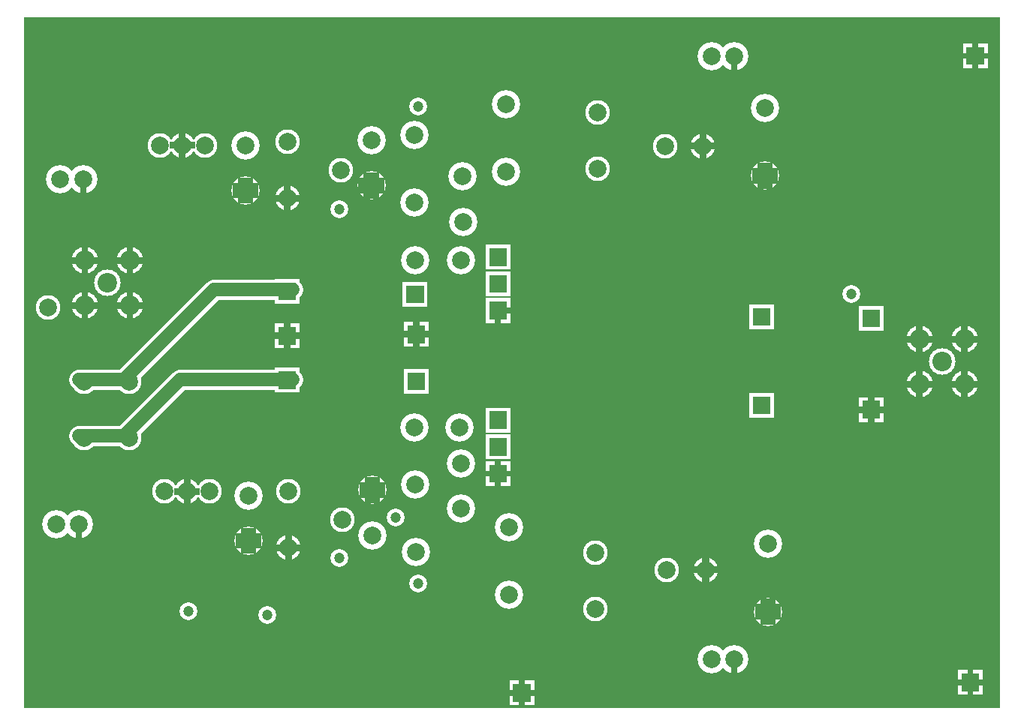
<source format=gbr>
%FSLAX34Y34*%
%MOMM*%
%LNCOPPER_TOP*%
G71*
G01*
%ADD10C,3.000*%
%ADD11C,2.800*%
%ADD12C,3.200*%
%ADD13C,2.800*%
%ADD14C,2.000*%
%ADD15C,2.300*%
%ADD16C,0.733*%
%ADD17C,0.667*%
%ADD18C,0.813*%
%ADD19C,0.767*%
%ADD20C,1.713*%
%ADD21C,2.200*%
%ADD22C,2.000*%
%ADD23C,2.000*%
%ADD24C,1.200*%
%ADD25C,1.500*%
%LPD*%
G36*
X-722844Y145181D02*
X377156Y145181D01*
X377156Y-634819D01*
X-722844Y-634819D01*
X-722844Y145181D01*
G37*
%LPC*%
X-654813Y-129388D02*
G54D10*
D03*
X-604013Y-129388D02*
G54D10*
D03*
X-629413Y-154788D02*
G54D10*
D03*
X-604013Y-180188D02*
G54D10*
D03*
X-654813Y-180188D02*
G54D10*
D03*
X-564715Y-389880D02*
G54D11*
D03*
X-539315Y-389880D02*
G54D11*
D03*
X-513915Y-389880D02*
G54D11*
D03*
X-469966Y-394674D02*
G54D12*
D03*
X-470078Y-445655D02*
G54D12*
D03*
X-281748Y-382183D02*
G54D12*
D03*
X-281698Y-458433D02*
G54D12*
D03*
X-425015Y-389880D02*
G54D11*
D03*
X-425015Y-453380D02*
G54D11*
D03*
X-364690Y-421630D02*
G54D11*
D03*
X-330532Y-439494D02*
G54D12*
D03*
X-330419Y-388514D02*
G54D12*
D03*
X-282983Y12379D02*
G54D12*
D03*
X-282933Y-63871D02*
G54D12*
D03*
X-426250Y4682D02*
G54D11*
D03*
X-426250Y-58818D02*
G54D11*
D03*
X-365925Y-27068D02*
G54D11*
D03*
X-331500Y6238D02*
G54D12*
D03*
X-331613Y-44743D02*
G54D12*
D03*
G36*
X-202650Y-141650D02*
X-174650Y-141650D01*
X-174650Y-169650D01*
X-202650Y-169650D01*
X-202650Y-141650D01*
G37*
G36*
X-202650Y-171813D02*
X-174650Y-171813D01*
X-174650Y-199813D01*
X-202650Y-199813D01*
X-202650Y-171813D01*
G37*
G36*
X-202650Y-111488D02*
X-174650Y-111488D01*
X-174650Y-139488D01*
X-202650Y-139488D01*
X-202650Y-111488D01*
G37*
G36*
X-202650Y-325800D02*
X-174650Y-325800D01*
X-174650Y-353800D01*
X-202650Y-353800D01*
X-202650Y-325800D01*
G37*
G36*
X-202650Y-355963D02*
X-174650Y-355963D01*
X-174650Y-383963D01*
X-202650Y-383963D01*
X-202650Y-355963D01*
G37*
G36*
X-202650Y-295638D02*
X-174650Y-295638D01*
X-174650Y-323638D01*
X-202650Y-323638D01*
X-202650Y-295638D01*
G37*
X-230867Y-129292D02*
G54D12*
D03*
X-281848Y-129405D02*
G54D12*
D03*
X-231867Y-317668D02*
G54D12*
D03*
X-282848Y-317780D02*
G54D12*
D03*
X-228328Y-85560D02*
G54D12*
D03*
X-228441Y-34580D02*
G54D12*
D03*
X-230507Y-409092D02*
G54D12*
D03*
X-230619Y-358112D02*
G54D12*
D03*
X-180007Y-29495D02*
G54D12*
D03*
X-179957Y46755D02*
G54D12*
D03*
X-176307Y-506995D02*
G54D12*
D03*
X-176257Y-430745D02*
G54D12*
D03*
X-76200Y38100D02*
G54D11*
D03*
X-76200Y-25400D02*
G54D11*
D03*
X-79200Y-459450D02*
G54D11*
D03*
X-79200Y-522950D02*
G54D11*
D03*
X42243Y0D02*
G54D11*
D03*
X0Y0D02*
G54D11*
D03*
X45531Y-478500D02*
G54D11*
D03*
X1700Y-478500D02*
G54D11*
D03*
X77644Y101294D02*
G54D12*
D03*
X52144Y101294D02*
G54D12*
D03*
X112193Y-33795D02*
G54D12*
D03*
X112243Y42455D02*
G54D12*
D03*
G36*
X-440506Y-150356D02*
X-412506Y-150356D01*
X-412506Y-178356D01*
X-440506Y-178356D01*
X-440506Y-150356D01*
G37*
G36*
X-296313Y-153432D02*
X-268313Y-153432D01*
X-268313Y-181432D01*
X-296313Y-181432D01*
X-296313Y-153432D01*
G37*
G36*
X-294725Y-251856D02*
X-266725Y-251856D01*
X-266725Y-279856D01*
X-294725Y-279856D01*
X-294725Y-251856D01*
G37*
X-280725Y-212675D02*
G54D11*
D03*
X-539315Y-389880D02*
G54D11*
D03*
X-470078Y-445655D02*
G54D11*
D03*
X-425015Y-453380D02*
G54D11*
D03*
X-426250Y-58818D02*
G54D11*
D03*
X-330419Y-388514D02*
G54D11*
D03*
X-331613Y-44743D02*
G54D11*
D03*
X42243Y0D02*
G54D11*
D03*
X112193Y-33795D02*
G54D11*
D03*
X45531Y-478500D02*
G54D11*
D03*
G36*
X-440506Y-250369D02*
X-412506Y-250369D01*
X-412506Y-278369D01*
X-440506Y-278369D01*
X-440506Y-250369D01*
G37*
G36*
X-440506Y-200363D02*
X-412506Y-200363D01*
X-412506Y-228363D01*
X-440506Y-228363D01*
X-440506Y-200363D01*
G37*
X-470078Y-445655D02*
G54D11*
D03*
X-330419Y-388514D02*
G54D11*
D03*
X-331613Y-44743D02*
G54D11*
D03*
X112193Y-33795D02*
G54D11*
D03*
X115750Y-525750D02*
G54D12*
D03*
X115800Y-449500D02*
G54D12*
D03*
X-655780Y-266383D02*
G54D13*
D03*
X-604980Y-266383D02*
G54D11*
D03*
X-604980Y-329883D02*
G54D11*
D03*
X-655780Y-329883D02*
G54D11*
D03*
X-604980Y-266383D02*
G54D13*
D03*
X-655780Y-329883D02*
G54D13*
D03*
X-604980Y-329883D02*
G54D13*
D03*
X-695838Y-182125D02*
G54D11*
D03*
X-448746Y-529370D02*
G54D14*
D03*
X-538233Y-525470D02*
G54D14*
D03*
X-367804Y-71725D02*
G54D14*
D03*
X-304507Y-419075D02*
G54D14*
D03*
X-570100Y682D02*
G54D11*
D03*
X-544700Y682D02*
G54D11*
D03*
X-519300Y682D02*
G54D11*
D03*
X-473350Y888D02*
G54D12*
D03*
X-473463Y-50093D02*
G54D12*
D03*
X-544700Y682D02*
G54D11*
D03*
X-473463Y-50093D02*
G54D11*
D03*
X-473463Y-50093D02*
G54D11*
D03*
X-661504Y-426666D02*
G54D12*
D03*
X-687004Y-426666D02*
G54D12*
D03*
X77796Y-579826D02*
G54D12*
D03*
X52296Y-579826D02*
G54D12*
D03*
X112243Y42455D02*
G54D11*
D03*
X-656741Y-37728D02*
G54D12*
D03*
X-682241Y-37728D02*
G54D12*
D03*
X115750Y-525750D02*
G54D11*
D03*
G36*
X-294725Y-198675D02*
X-266725Y-198675D01*
X-266725Y-226675D01*
X-294725Y-226675D01*
X-294725Y-198675D01*
G37*
G36*
X94481Y-178932D02*
X122481Y-178932D01*
X122481Y-206932D01*
X94481Y-206932D01*
X94481Y-178932D01*
G37*
G36*
X94481Y-278944D02*
X122481Y-278944D01*
X122481Y-306944D01*
X94481Y-306944D01*
X94481Y-278944D01*
G37*
G36*
X218306Y-180519D02*
X246306Y-180519D01*
X246306Y-208519D01*
X218306Y-208519D01*
X218306Y-180519D01*
G37*
X232306Y-297706D02*
G54D11*
D03*
G54D15*
X-604980Y-266383D02*
X-610924Y-263476D01*
X-661724Y-263476D01*
X-655780Y-266383D01*
G54D15*
X-604980Y-266383D02*
X-610924Y-263476D01*
X-509324Y-161876D01*
X-420424Y-161876D01*
X-426506Y-164357D01*
G54D15*
X-604980Y-329883D02*
X-610924Y-326976D01*
X-547424Y-263476D01*
X-420424Y-263476D01*
X-426506Y-264369D01*
G54D15*
X-604980Y-329883D02*
X-610924Y-326976D01*
X-661724Y-326976D01*
X-655780Y-329883D01*
X-278904Y44162D02*
G54D14*
D03*
X-278904Y-494000D02*
G54D14*
D03*
X-367804Y-465425D02*
G54D14*
D03*
X210046Y-166975D02*
G54D14*
D03*
G36*
X335514Y115649D02*
X363514Y115649D01*
X363514Y87649D01*
X335514Y87649D01*
X335514Y115649D01*
G37*
G36*
X-175661Y-603488D02*
X-147661Y-603488D01*
X-147661Y-631488D01*
X-175661Y-631488D01*
X-175661Y-603488D01*
G37*
G36*
X329958Y-591582D02*
X357958Y-591582D01*
X357958Y-619582D01*
X329958Y-619582D01*
X329958Y-591582D01*
G37*
X286575Y-218288D02*
G54D10*
D03*
X337375Y-218288D02*
G54D10*
D03*
X311975Y-243688D02*
G54D10*
D03*
X337375Y-269088D02*
G54D10*
D03*
X286575Y-269088D02*
G54D10*
D03*
G36*
X218306Y-283706D02*
X246306Y-283706D01*
X246306Y-311706D01*
X218306Y-311706D01*
X218306Y-283706D01*
G37*
%LPD*%
G54D16*
G36*
X-658479Y-129388D02*
X-658479Y-113888D01*
X-651146Y-113888D01*
X-651146Y-129388D01*
X-658479Y-129388D01*
G37*
G36*
X-654813Y-125721D02*
X-639313Y-125721D01*
X-639313Y-133054D01*
X-654813Y-133054D01*
X-654813Y-125721D01*
G37*
G36*
X-651146Y-129388D02*
X-651146Y-144888D01*
X-658479Y-144888D01*
X-658479Y-129388D01*
X-651146Y-129388D01*
G37*
G36*
X-654813Y-133054D02*
X-670313Y-133054D01*
X-670313Y-125721D01*
X-654813Y-125721D01*
X-654813Y-133054D01*
G37*
G54D16*
G36*
X-607679Y-129388D02*
X-607679Y-113888D01*
X-600346Y-113888D01*
X-600346Y-129388D01*
X-607679Y-129388D01*
G37*
G36*
X-604013Y-125721D02*
X-588513Y-125721D01*
X-588513Y-133054D01*
X-604013Y-133054D01*
X-604013Y-125721D01*
G37*
G36*
X-600346Y-129388D02*
X-600346Y-144888D01*
X-607679Y-144888D01*
X-607679Y-129388D01*
X-600346Y-129388D01*
G37*
G36*
X-604013Y-133054D02*
X-619513Y-133054D01*
X-619513Y-125721D01*
X-604013Y-125721D01*
X-604013Y-133054D01*
G37*
G54D16*
G36*
X-607679Y-180188D02*
X-607679Y-164688D01*
X-600346Y-164688D01*
X-600346Y-180188D01*
X-607679Y-180188D01*
G37*
G36*
X-604013Y-176521D02*
X-588513Y-176521D01*
X-588513Y-183854D01*
X-604013Y-183854D01*
X-604013Y-176521D01*
G37*
G36*
X-600346Y-180188D02*
X-600346Y-195688D01*
X-607679Y-195688D01*
X-607679Y-180188D01*
X-600346Y-180188D01*
G37*
G36*
X-604013Y-183854D02*
X-619513Y-183854D01*
X-619513Y-176521D01*
X-604013Y-176521D01*
X-604013Y-183854D01*
G37*
G54D16*
G36*
X-658479Y-180188D02*
X-658479Y-164688D01*
X-651146Y-164688D01*
X-651146Y-180188D01*
X-658479Y-180188D01*
G37*
G36*
X-654813Y-176521D02*
X-639313Y-176521D01*
X-639313Y-183854D01*
X-654813Y-183854D01*
X-654813Y-176521D01*
G37*
G36*
X-651146Y-180188D02*
X-651146Y-195688D01*
X-658479Y-195688D01*
X-658479Y-180188D01*
X-651146Y-180188D01*
G37*
G36*
X-654813Y-183854D02*
X-670313Y-183854D01*
X-670313Y-176521D01*
X-654813Y-176521D01*
X-654813Y-183854D01*
G37*
G54D17*
G36*
X-188650Y-182479D02*
X-174150Y-182479D01*
X-174150Y-189146D01*
X-188650Y-189146D01*
X-188650Y-182479D01*
G37*
G36*
X-185317Y-185813D02*
X-185317Y-200313D01*
X-191984Y-200313D01*
X-191984Y-185813D01*
X-185317Y-185813D01*
G37*
G54D17*
G36*
X-191984Y-369963D02*
X-191984Y-355463D01*
X-185317Y-355463D01*
X-185317Y-369963D01*
X-191984Y-369963D01*
G37*
G36*
X-188650Y-366629D02*
X-174150Y-366629D01*
X-174150Y-373296D01*
X-188650Y-373296D01*
X-188650Y-366629D01*
G37*
G36*
X-185317Y-369963D02*
X-185317Y-384463D01*
X-191984Y-384463D01*
X-191984Y-369963D01*
X-185317Y-369963D01*
G37*
G36*
X-188650Y-373296D02*
X-203150Y-373296D01*
X-203150Y-366629D01*
X-188650Y-366629D01*
X-188650Y-373296D01*
G37*
G54D17*
G36*
X80977Y101294D02*
X80977Y84794D01*
X74310Y84794D01*
X74310Y101294D01*
X80977Y101294D01*
G37*
G54D18*
G54D19*
G36*
X-535482Y-389880D02*
X-535482Y-404380D01*
X-543148Y-404380D01*
X-543148Y-389880D01*
X-535482Y-389880D01*
G37*
G36*
X-539315Y-393714D02*
X-553815Y-393714D01*
X-553815Y-386047D01*
X-539315Y-386047D01*
X-539315Y-393714D01*
G37*
G36*
X-543148Y-389880D02*
X-543148Y-375380D01*
X-535482Y-375380D01*
X-535482Y-389880D01*
X-543148Y-389880D01*
G37*
G36*
X-539315Y-386047D02*
X-524815Y-386047D01*
X-524815Y-393714D01*
X-539315Y-393714D01*
X-539315Y-386047D01*
G37*
G54D19*
G36*
X-466245Y-445655D02*
X-466245Y-460155D01*
X-473911Y-460155D01*
X-473911Y-445655D01*
X-466245Y-445655D01*
G37*
G36*
X-470078Y-449488D02*
X-484578Y-449488D01*
X-484578Y-441822D01*
X-470078Y-441822D01*
X-470078Y-449488D01*
G37*
G36*
X-473911Y-445655D02*
X-473911Y-431155D01*
X-466245Y-431155D01*
X-466245Y-445655D01*
X-473911Y-445655D01*
G37*
G36*
X-470078Y-441822D02*
X-455578Y-441822D01*
X-455578Y-449488D01*
X-470078Y-449488D01*
X-470078Y-441822D01*
G37*
G54D19*
G36*
X-421182Y-453380D02*
X-421182Y-467880D01*
X-428848Y-467880D01*
X-428848Y-453380D01*
X-421182Y-453380D01*
G37*
G36*
X-425015Y-457214D02*
X-439515Y-457214D01*
X-439515Y-449547D01*
X-425015Y-449547D01*
X-425015Y-457214D01*
G37*
G36*
X-428848Y-453380D02*
X-428848Y-438880D01*
X-421182Y-438880D01*
X-421182Y-453380D01*
X-428848Y-453380D01*
G37*
G36*
X-425015Y-449547D02*
X-410515Y-449547D01*
X-410515Y-457214D01*
X-425015Y-457214D01*
X-425015Y-449547D01*
G37*
G54D19*
G36*
X-422416Y-58818D02*
X-422416Y-73318D01*
X-430083Y-73318D01*
X-430083Y-58818D01*
X-422416Y-58818D01*
G37*
G36*
X-426250Y-62651D02*
X-440750Y-62651D01*
X-440750Y-54984D01*
X-426250Y-54984D01*
X-426250Y-62651D01*
G37*
G36*
X-430083Y-58818D02*
X-430083Y-44318D01*
X-422416Y-44318D01*
X-422416Y-58818D01*
X-430083Y-58818D01*
G37*
G36*
X-426250Y-54984D02*
X-411750Y-54984D01*
X-411750Y-62651D01*
X-426250Y-62651D01*
X-426250Y-54984D01*
G37*
G54D19*
G36*
X-334252Y-388514D02*
X-334252Y-374014D01*
X-326586Y-374014D01*
X-326586Y-388514D01*
X-334252Y-388514D01*
G37*
G36*
X-330419Y-384681D02*
X-315919Y-384681D01*
X-315919Y-392347D01*
X-330419Y-392347D01*
X-330419Y-384681D01*
G37*
G36*
X-326586Y-388514D02*
X-326586Y-403014D01*
X-334252Y-403014D01*
X-334252Y-388514D01*
X-326586Y-388514D01*
G37*
G36*
X-330419Y-392347D02*
X-344919Y-392347D01*
X-344919Y-384681D01*
X-330419Y-384681D01*
X-330419Y-392347D01*
G37*
G54D19*
G36*
X-327779Y-44743D02*
X-327779Y-59243D01*
X-335446Y-59243D01*
X-335446Y-44743D01*
X-327779Y-44743D01*
G37*
G36*
X-331613Y-48576D02*
X-346113Y-48576D01*
X-346113Y-40909D01*
X-331613Y-40909D01*
X-331613Y-48576D01*
G37*
G36*
X-335446Y-44743D02*
X-335446Y-30243D01*
X-327779Y-30243D01*
X-327779Y-44743D01*
X-335446Y-44743D01*
G37*
G36*
X-331613Y-40909D02*
X-317113Y-40909D01*
X-317113Y-48576D01*
X-331613Y-48576D01*
X-331613Y-40909D01*
G37*
G54D19*
G36*
X38410Y0D02*
X38410Y14500D01*
X46077Y14500D01*
X46077Y0D01*
X38410Y0D01*
G37*
G36*
X42243Y3833D02*
X56743Y3833D01*
X56743Y-3834D01*
X42243Y-3834D01*
X42243Y3833D01*
G37*
G36*
X46077Y0D02*
X46077Y-14500D01*
X38410Y-14500D01*
X38410Y0D01*
X46077Y0D01*
G37*
G36*
X42243Y-3834D02*
X27743Y-3834D01*
X27743Y3833D01*
X42243Y3833D01*
X42243Y-3834D01*
G37*
G54D19*
G36*
X108360Y-33795D02*
X108360Y-19295D01*
X116026Y-19295D01*
X116026Y-33795D01*
X108360Y-33795D01*
G37*
G36*
X112193Y-29962D02*
X126693Y-29962D01*
X126693Y-37629D01*
X112193Y-37629D01*
X112193Y-29962D01*
G37*
G36*
X116026Y-33795D02*
X116026Y-48295D01*
X108360Y-48295D01*
X108360Y-33795D01*
X116026Y-33795D01*
G37*
G36*
X112193Y-37629D02*
X97693Y-37629D01*
X97693Y-29962D01*
X112193Y-29962D01*
X112193Y-37629D01*
G37*
G54D19*
G36*
X41698Y-478500D02*
X41698Y-464000D01*
X49364Y-464000D01*
X49364Y-478500D01*
X41698Y-478500D01*
G37*
G36*
X45531Y-474667D02*
X60031Y-474667D01*
X60031Y-482334D01*
X45531Y-482334D01*
X45531Y-474667D01*
G37*
G36*
X49364Y-478500D02*
X49364Y-493000D01*
X41698Y-493000D01*
X41698Y-478500D01*
X49364Y-478500D01*
G37*
G36*
X45531Y-482334D02*
X31031Y-482334D01*
X31031Y-474667D01*
X45531Y-474667D01*
X45531Y-482334D01*
G37*
G54D19*
G36*
X-430340Y-214363D02*
X-430340Y-199863D01*
X-422673Y-199863D01*
X-422673Y-214363D01*
X-430340Y-214363D01*
G37*
G36*
X-426506Y-210529D02*
X-412006Y-210529D01*
X-412006Y-218196D01*
X-426506Y-218196D01*
X-426506Y-210529D01*
G37*
G36*
X-422673Y-214363D02*
X-422673Y-228863D01*
X-430340Y-228863D01*
X-430340Y-214363D01*
X-422673Y-214363D01*
G37*
G36*
X-426506Y-218196D02*
X-441006Y-218196D01*
X-441006Y-210529D01*
X-426506Y-210529D01*
X-426506Y-218196D01*
G37*
G54D20*
G36*
X-461511Y-445655D02*
X-461511Y-460155D01*
X-478645Y-460155D01*
X-478645Y-445655D01*
X-461511Y-445655D01*
G37*
G36*
X-470078Y-454222D02*
X-484578Y-454222D01*
X-484578Y-437089D01*
X-470078Y-437089D01*
X-470078Y-454222D01*
G37*
G36*
X-478645Y-445655D02*
X-478645Y-431155D01*
X-461511Y-431155D01*
X-461511Y-445655D01*
X-478645Y-445655D01*
G37*
G36*
X-470078Y-437089D02*
X-455578Y-437089D01*
X-455578Y-454222D01*
X-470078Y-454222D01*
X-470078Y-437089D01*
G37*
G54D20*
G36*
X-338986Y-388514D02*
X-338986Y-374014D01*
X-321852Y-374014D01*
X-321852Y-388514D01*
X-338986Y-388514D01*
G37*
G36*
X-330419Y-379947D02*
X-315919Y-379947D01*
X-315919Y-397081D01*
X-330419Y-397081D01*
X-330419Y-379947D01*
G37*
G36*
X-321852Y-388514D02*
X-321852Y-403014D01*
X-338986Y-403014D01*
X-338986Y-388514D01*
X-321852Y-388514D01*
G37*
G36*
X-330419Y-397081D02*
X-344919Y-397081D01*
X-344919Y-379947D01*
X-330419Y-379947D01*
X-330419Y-397081D01*
G37*
G54D20*
G36*
X-323046Y-44743D02*
X-323046Y-59243D01*
X-340179Y-59243D01*
X-340179Y-44743D01*
X-323046Y-44743D01*
G37*
G36*
X-331613Y-53309D02*
X-346113Y-53309D01*
X-346113Y-36176D01*
X-331613Y-36176D01*
X-331613Y-53309D01*
G37*
G36*
X-340179Y-44743D02*
X-340179Y-30243D01*
X-323046Y-30243D01*
X-323046Y-44743D01*
X-340179Y-44743D01*
G37*
G36*
X-331613Y-36176D02*
X-317113Y-36176D01*
X-317113Y-53309D01*
X-331613Y-53309D01*
X-331613Y-36176D01*
G37*
G54D20*
G36*
X103626Y-33795D02*
X103626Y-19295D01*
X120760Y-19295D01*
X120760Y-33795D01*
X103626Y-33795D01*
G37*
G36*
X112193Y-25229D02*
X126693Y-25229D01*
X126693Y-42362D01*
X112193Y-42362D01*
X112193Y-25229D01*
G37*
G36*
X120760Y-33795D02*
X120760Y-48295D01*
X103626Y-48295D01*
X103626Y-33795D01*
X120760Y-33795D01*
G37*
G36*
X112193Y-42362D02*
X97693Y-42362D01*
X97693Y-25229D01*
X112193Y-25229D01*
X112193Y-42362D01*
G37*
G54D19*
G36*
X-540866Y682D02*
X-540866Y-13818D01*
X-548533Y-13818D01*
X-548533Y682D01*
X-540866Y682D01*
G37*
G36*
X-544700Y-3151D02*
X-559200Y-3151D01*
X-559200Y4516D01*
X-544700Y4516D01*
X-544700Y-3151D01*
G37*
G36*
X-548533Y682D02*
X-548533Y15182D01*
X-540866Y15182D01*
X-540866Y682D01*
X-548533Y682D01*
G37*
G36*
X-544700Y4516D02*
X-530200Y4516D01*
X-530200Y-3151D01*
X-544700Y-3151D01*
X-544700Y4516D01*
G37*
G54D19*
G36*
X-469629Y-50093D02*
X-469629Y-64593D01*
X-477296Y-64593D01*
X-477296Y-50093D01*
X-469629Y-50093D01*
G37*
G36*
X-473463Y-53926D02*
X-487963Y-53926D01*
X-487963Y-46259D01*
X-473463Y-46259D01*
X-473463Y-53926D01*
G37*
G36*
X-477296Y-50093D02*
X-477296Y-35593D01*
X-469629Y-35593D01*
X-469629Y-50093D01*
X-477296Y-50093D01*
G37*
G36*
X-473463Y-46259D02*
X-458963Y-46259D01*
X-458963Y-53926D01*
X-473463Y-53926D01*
X-473463Y-46259D01*
G37*
G54D20*
G36*
X-464896Y-50093D02*
X-464896Y-64593D01*
X-482029Y-64593D01*
X-482029Y-50093D01*
X-464896Y-50093D01*
G37*
G36*
X-473463Y-58659D02*
X-487963Y-58659D01*
X-487963Y-41526D01*
X-473463Y-41526D01*
X-473463Y-58659D01*
G37*
G36*
X-482029Y-50093D02*
X-482029Y-35593D01*
X-464896Y-35593D01*
X-464896Y-50093D01*
X-482029Y-50093D01*
G37*
G36*
X-473463Y-41526D02*
X-458963Y-41526D01*
X-458963Y-58659D01*
X-473463Y-58659D01*
X-473463Y-41526D01*
G37*
G54D17*
G36*
X-658170Y-426666D02*
X-658170Y-443166D01*
X-664837Y-443166D01*
X-664837Y-426666D01*
X-658170Y-426666D01*
G37*
G54D18*
G54D17*
G36*
X81129Y-579826D02*
X81129Y-596326D01*
X74462Y-596326D01*
X74462Y-579826D01*
X81129Y-579826D01*
G37*
G54D18*
G54D17*
G36*
X-653407Y-37728D02*
X-653407Y-54228D01*
X-660074Y-54228D01*
X-660074Y-37728D01*
X-653407Y-37728D01*
G37*
G54D18*
G54D20*
G36*
X107183Y-525750D02*
X107183Y-511250D01*
X124316Y-511250D01*
X124316Y-525750D01*
X107183Y-525750D01*
G37*
G36*
X115750Y-517184D02*
X130250Y-517184D01*
X130250Y-534317D01*
X115750Y-534317D01*
X115750Y-517184D01*
G37*
G36*
X124316Y-525750D02*
X124316Y-540250D01*
X107183Y-540250D01*
X107183Y-525750D01*
X124316Y-525750D01*
G37*
G36*
X115750Y-534317D02*
X101250Y-534317D01*
X101250Y-517184D01*
X115750Y-517184D01*
X115750Y-534317D01*
G37*
G54D19*
G36*
X-284559Y-212675D02*
X-284559Y-198175D01*
X-276892Y-198175D01*
X-276892Y-212675D01*
X-284559Y-212675D01*
G37*
G36*
X-280725Y-208842D02*
X-266225Y-208842D01*
X-266225Y-216509D01*
X-280725Y-216509D01*
X-280725Y-208842D01*
G37*
G36*
X-276892Y-212675D02*
X-276892Y-227175D01*
X-284559Y-227175D01*
X-284559Y-212675D01*
X-276892Y-212675D01*
G37*
G36*
X-280725Y-216509D02*
X-295225Y-216509D01*
X-295225Y-208842D01*
X-280725Y-208842D01*
X-280725Y-216509D01*
G37*
G54D17*
G36*
X346180Y101649D02*
X346180Y116149D01*
X352847Y116149D01*
X352847Y101649D01*
X346180Y101649D01*
G37*
G36*
X349514Y104983D02*
X364014Y104983D01*
X364014Y98316D01*
X349514Y98316D01*
X349514Y104983D01*
G37*
G36*
X352847Y101649D02*
X352847Y87149D01*
X346180Y87149D01*
X346180Y101649D01*
X352847Y101649D01*
G37*
G36*
X349514Y98316D02*
X335014Y98316D01*
X335014Y104983D01*
X349514Y104983D01*
X349514Y98316D01*
G37*
G54D17*
G36*
X-164995Y-617488D02*
X-164995Y-602988D01*
X-158328Y-602988D01*
X-158328Y-617488D01*
X-164995Y-617488D01*
G37*
G36*
X-161661Y-614155D02*
X-147161Y-614155D01*
X-147161Y-620822D01*
X-161661Y-620822D01*
X-161661Y-614155D01*
G37*
G36*
X-158328Y-617488D02*
X-158328Y-631988D01*
X-164995Y-631988D01*
X-164995Y-617488D01*
X-158328Y-617488D01*
G37*
G36*
X-161661Y-620822D02*
X-176161Y-620822D01*
X-176161Y-614155D01*
X-161661Y-614155D01*
X-161661Y-620822D01*
G37*
G54D17*
G36*
X340624Y-605582D02*
X340624Y-591082D01*
X347291Y-591082D01*
X347291Y-605582D01*
X340624Y-605582D01*
G37*
G36*
X343958Y-602249D02*
X358458Y-602249D01*
X358458Y-608915D01*
X343958Y-608915D01*
X343958Y-602249D01*
G37*
G36*
X347291Y-605582D02*
X347291Y-620082D01*
X340624Y-620082D01*
X340624Y-605582D01*
X347291Y-605582D01*
G37*
G36*
X343958Y-608915D02*
X329458Y-608915D01*
X329458Y-602249D01*
X343958Y-602249D01*
X343958Y-608915D01*
G37*
G54D16*
G36*
X282908Y-218288D02*
X282908Y-202788D01*
X290241Y-202788D01*
X290241Y-218288D01*
X282908Y-218288D01*
G37*
G36*
X286575Y-214621D02*
X302075Y-214621D01*
X302075Y-221954D01*
X286575Y-221954D01*
X286575Y-214621D01*
G37*
G36*
X290241Y-218288D02*
X290241Y-233788D01*
X282908Y-233788D01*
X282908Y-218288D01*
X290241Y-218288D01*
G37*
G36*
X286575Y-221954D02*
X271075Y-221954D01*
X271075Y-214621D01*
X286575Y-214621D01*
X286575Y-221954D01*
G37*
G54D16*
G36*
X333708Y-218288D02*
X333708Y-202788D01*
X341041Y-202788D01*
X341041Y-218288D01*
X333708Y-218288D01*
G37*
G36*
X337375Y-214621D02*
X352875Y-214621D01*
X352875Y-221954D01*
X337375Y-221954D01*
X337375Y-214621D01*
G37*
G36*
X341041Y-218288D02*
X341041Y-233788D01*
X333708Y-233788D01*
X333708Y-218288D01*
X341041Y-218288D01*
G37*
G36*
X337375Y-221954D02*
X321875Y-221954D01*
X321875Y-214621D01*
X337375Y-214621D01*
X337375Y-221954D01*
G37*
G54D16*
G36*
X333708Y-269088D02*
X333708Y-253588D01*
X341041Y-253588D01*
X341041Y-269088D01*
X333708Y-269088D01*
G37*
G36*
X337375Y-265421D02*
X352875Y-265421D01*
X352875Y-272754D01*
X337375Y-272754D01*
X337375Y-265421D01*
G37*
G36*
X341041Y-269088D02*
X341041Y-284588D01*
X333708Y-284588D01*
X333708Y-269088D01*
X341041Y-269088D01*
G37*
G36*
X337375Y-272754D02*
X321875Y-272754D01*
X321875Y-265421D01*
X337375Y-265421D01*
X337375Y-272754D01*
G37*
G54D16*
G36*
X282908Y-269088D02*
X282908Y-253588D01*
X290241Y-253588D01*
X290241Y-269088D01*
X282908Y-269088D01*
G37*
G36*
X286575Y-265421D02*
X302075Y-265421D01*
X302075Y-272754D01*
X286575Y-272754D01*
X286575Y-265421D01*
G37*
G36*
X290241Y-269088D02*
X290241Y-284588D01*
X282908Y-284588D01*
X282908Y-269088D01*
X290241Y-269088D01*
G37*
G36*
X286575Y-272754D02*
X271075Y-272754D01*
X271075Y-265421D01*
X286575Y-265421D01*
X286575Y-272754D01*
G37*
G54D19*
G36*
X228473Y-297706D02*
X228473Y-283206D01*
X236139Y-283206D01*
X236139Y-297706D01*
X228473Y-297706D01*
G37*
G36*
X232306Y-293873D02*
X246806Y-293873D01*
X246806Y-301540D01*
X232306Y-301540D01*
X232306Y-293873D01*
G37*
G36*
X236139Y-297706D02*
X236139Y-312206D01*
X228473Y-312206D01*
X228473Y-297706D01*
X236139Y-297706D01*
G37*
G36*
X232306Y-301540D02*
X217806Y-301540D01*
X217806Y-293873D01*
X232306Y-293873D01*
X232306Y-301540D01*
G37*
X-654813Y-129388D02*
G54D21*
D03*
X-604013Y-129388D02*
G54D21*
D03*
X-629413Y-154788D02*
G54D21*
D03*
X-604013Y-180188D02*
G54D21*
D03*
X-654813Y-180188D02*
G54D21*
D03*
X-564715Y-389880D02*
G54D22*
D03*
X-539315Y-389880D02*
G54D22*
D03*
X-513915Y-389880D02*
G54D22*
D03*
X-469966Y-394674D02*
G54D22*
D03*
X-470078Y-445655D02*
G54D22*
D03*
X-281748Y-382183D02*
G54D22*
D03*
X-281698Y-458433D02*
G54D22*
D03*
X-425015Y-389880D02*
G54D22*
D03*
X-425015Y-453380D02*
G54D22*
D03*
X-364690Y-421630D02*
G54D22*
D03*
X-330532Y-439494D02*
G54D22*
D03*
X-330419Y-388514D02*
G54D22*
D03*
X-282983Y12379D02*
G54D22*
D03*
X-282933Y-63871D02*
G54D22*
D03*
X-426250Y4682D02*
G54D22*
D03*
X-426250Y-58818D02*
G54D22*
D03*
X-365925Y-27068D02*
G54D22*
D03*
X-331500Y6238D02*
G54D22*
D03*
X-331613Y-44743D02*
G54D22*
D03*
G36*
X-198650Y-145650D02*
X-178650Y-145650D01*
X-178650Y-165650D01*
X-198650Y-165650D01*
X-198650Y-145650D01*
G37*
G36*
X-198650Y-175813D02*
X-178650Y-175813D01*
X-178650Y-195813D01*
X-198650Y-195813D01*
X-198650Y-175813D01*
G37*
G36*
X-198650Y-115488D02*
X-178650Y-115488D01*
X-178650Y-135488D01*
X-198650Y-135488D01*
X-198650Y-115488D01*
G37*
G36*
X-198650Y-329800D02*
X-178650Y-329800D01*
X-178650Y-349800D01*
X-198650Y-349800D01*
X-198650Y-329800D01*
G37*
G36*
X-198650Y-359963D02*
X-178650Y-359963D01*
X-178650Y-379963D01*
X-198650Y-379963D01*
X-198650Y-359963D01*
G37*
G36*
X-198650Y-299638D02*
X-178650Y-299638D01*
X-178650Y-319638D01*
X-198650Y-319638D01*
X-198650Y-299638D01*
G37*
X-230867Y-129292D02*
G54D22*
D03*
X-281848Y-129405D02*
G54D22*
D03*
X-231867Y-317668D02*
G54D22*
D03*
X-282848Y-317780D02*
G54D22*
D03*
X-228328Y-85560D02*
G54D22*
D03*
X-228441Y-34580D02*
G54D22*
D03*
X-230507Y-409092D02*
G54D22*
D03*
X-230619Y-358112D02*
G54D22*
D03*
X-180007Y-29495D02*
G54D22*
D03*
X-179957Y46755D02*
G54D22*
D03*
X-176307Y-506995D02*
G54D22*
D03*
X-176257Y-430745D02*
G54D22*
D03*
X-76200Y38100D02*
G54D22*
D03*
X-76200Y-25400D02*
G54D22*
D03*
X-79200Y-459450D02*
G54D22*
D03*
X-79200Y-522950D02*
G54D22*
D03*
X42243Y0D02*
G54D22*
D03*
X0Y0D02*
G54D22*
D03*
X45531Y-478500D02*
G54D22*
D03*
X1700Y-478500D02*
G54D22*
D03*
X77644Y101294D02*
G54D22*
D03*
X52144Y101294D02*
G54D22*
D03*
X112193Y-33795D02*
G54D22*
D03*
X112243Y42455D02*
G54D22*
D03*
G36*
X-436506Y-154356D02*
X-416506Y-154356D01*
X-416506Y-174356D01*
X-436506Y-174356D01*
X-436506Y-154356D01*
G37*
G36*
X-292313Y-157432D02*
X-272313Y-157432D01*
X-272313Y-177432D01*
X-292313Y-177432D01*
X-292313Y-157432D01*
G37*
G36*
X-290725Y-255856D02*
X-270725Y-255856D01*
X-270725Y-275856D01*
X-290725Y-275856D01*
X-290725Y-255856D01*
G37*
X-280725Y-212675D02*
G54D22*
D03*
X-539315Y-389880D02*
G54D22*
D03*
X-470078Y-445655D02*
G54D22*
D03*
X-425015Y-453380D02*
G54D22*
D03*
X-426250Y-58818D02*
G54D22*
D03*
X-330419Y-388514D02*
G54D22*
D03*
X-331613Y-44743D02*
G54D22*
D03*
X42243Y0D02*
G54D22*
D03*
X112193Y-33795D02*
G54D22*
D03*
X45531Y-478500D02*
G54D22*
D03*
G36*
X-436506Y-254369D02*
X-416506Y-254369D01*
X-416506Y-274369D01*
X-436506Y-274369D01*
X-436506Y-254369D01*
G37*
G36*
X-436506Y-204363D02*
X-416506Y-204363D01*
X-416506Y-224363D01*
X-436506Y-224363D01*
X-436506Y-204363D01*
G37*
X-470078Y-445655D02*
G54D22*
D03*
X-330419Y-388514D02*
G54D22*
D03*
X-331613Y-44743D02*
G54D22*
D03*
X112193Y-33795D02*
G54D22*
D03*
X115750Y-525750D02*
G54D22*
D03*
X115800Y-449500D02*
G54D22*
D03*
X-655780Y-266383D02*
G54D23*
D03*
X-604980Y-266383D02*
G54D22*
D03*
X-604980Y-329883D02*
G54D22*
D03*
X-655780Y-329883D02*
G54D22*
D03*
X-604980Y-266383D02*
G54D23*
D03*
X-655780Y-329883D02*
G54D23*
D03*
X-604980Y-329883D02*
G54D23*
D03*
X-695838Y-182125D02*
G54D22*
D03*
X-448746Y-529370D02*
G54D24*
D03*
X-538233Y-525470D02*
G54D24*
D03*
X-367804Y-71725D02*
G54D24*
D03*
X-304507Y-419075D02*
G54D24*
D03*
X-570100Y682D02*
G54D22*
D03*
X-544700Y682D02*
G54D22*
D03*
X-519300Y682D02*
G54D22*
D03*
X-473350Y888D02*
G54D22*
D03*
X-473463Y-50093D02*
G54D22*
D03*
X-544700Y682D02*
G54D22*
D03*
X-473463Y-50093D02*
G54D22*
D03*
X-473463Y-50093D02*
G54D22*
D03*
X-661504Y-426666D02*
G54D22*
D03*
X-687004Y-426666D02*
G54D22*
D03*
X77796Y-579826D02*
G54D22*
D03*
X52296Y-579826D02*
G54D22*
D03*
X112243Y42455D02*
G54D22*
D03*
X-656741Y-37728D02*
G54D22*
D03*
X-682241Y-37728D02*
G54D22*
D03*
X115750Y-525750D02*
G54D22*
D03*
G36*
X-290725Y-202675D02*
X-270725Y-202675D01*
X-270725Y-222675D01*
X-290725Y-222675D01*
X-290725Y-202675D01*
G37*
G36*
X98481Y-182932D02*
X118481Y-182932D01*
X118481Y-202932D01*
X98481Y-202932D01*
X98481Y-182932D01*
G37*
G36*
X98481Y-282944D02*
X118481Y-282944D01*
X118481Y-302944D01*
X98481Y-302944D01*
X98481Y-282944D01*
G37*
G36*
X222306Y-184519D02*
X242306Y-184519D01*
X242306Y-204519D01*
X222306Y-204519D01*
X222306Y-184519D01*
G37*
X232306Y-297706D02*
G54D22*
D03*
G54D25*
X-604980Y-266383D02*
X-610924Y-263476D01*
X-661724Y-263476D01*
X-655780Y-266383D01*
G54D25*
X-604980Y-266383D02*
X-610924Y-263476D01*
X-509324Y-161876D01*
X-420424Y-161876D01*
X-426506Y-164357D01*
G54D25*
X-604980Y-329883D02*
X-610924Y-326976D01*
X-547424Y-263476D01*
X-420424Y-263476D01*
X-426506Y-264369D01*
G54D25*
X-604980Y-329883D02*
X-610924Y-326976D01*
X-661724Y-326976D01*
X-655780Y-329883D01*
X-278904Y44162D02*
G54D24*
D03*
X-278904Y-494000D02*
G54D24*
D03*
X-367804Y-465425D02*
G54D24*
D03*
X210046Y-166975D02*
G54D24*
D03*
G36*
X339514Y111649D02*
X359514Y111649D01*
X359514Y91649D01*
X339514Y91649D01*
X339514Y111649D01*
G37*
G36*
X-171661Y-607488D02*
X-151661Y-607488D01*
X-151661Y-627488D01*
X-171661Y-627488D01*
X-171661Y-607488D01*
G37*
G36*
X333958Y-595582D02*
X353958Y-595582D01*
X353958Y-615582D01*
X333958Y-615582D01*
X333958Y-595582D01*
G37*
X286575Y-218288D02*
G54D21*
D03*
X337375Y-218288D02*
G54D21*
D03*
X311975Y-243688D02*
G54D21*
D03*
X337375Y-269088D02*
G54D21*
D03*
X286575Y-269088D02*
G54D21*
D03*
G36*
X222306Y-287706D02*
X242306Y-287706D01*
X242306Y-307706D01*
X222306Y-307706D01*
X222306Y-287706D01*
G37*
M02*

</source>
